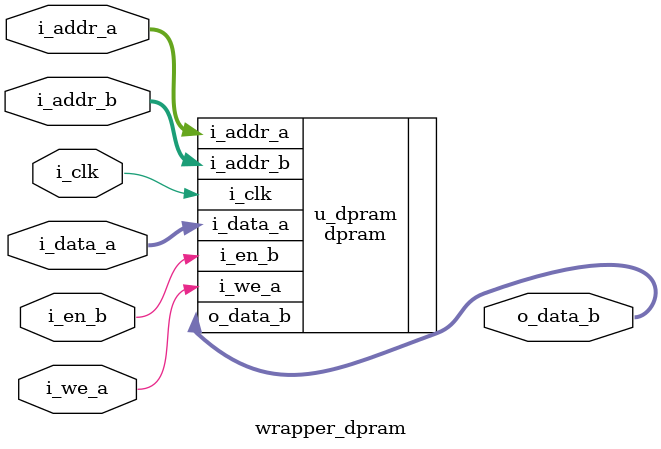
<source format=v>
`timescale 1ns / 1ps

module wrapper_dpram #(
parameter DATA_WIDTH = 32,
parameter ADDR_WIDTH = 10,
parameter RAM_DEPTH = 1024,
parameter OUT_DELAY = 1
)(
input                   i_clk    ,
input                   i_we_a   ,
input  [ADDR_WIDTH-1:0] i_addr_a ,
input  [DATA_WIDTH-1:0] i_data_a ,

input                   i_en_b   ,
input  [ADDR_WIDTH-1:0] i_addr_b ,
output [DATA_WIDTH-1:0] o_data_b
);


dpram #(
.DATA_WIDTH( DATA_WIDTH  ),
.ADDR_WIDTH( ADDR_WIDTH  ),
.RAM_DEPTH ( RAM_DEPTH   ),
.OUT_DELAY ( OUT_DELAY   )
) u_dpram
(
.i_clk    (  i_clk     ),
.i_we_a   (  i_we_a    ),
.i_addr_a (  i_addr_a  ),
.i_data_a (  i_data_a  ),
.i_en_b   (  i_en_b    ),
.i_addr_b (  i_addr_b  ),
.o_data_b (  o_data_b  )
);      

endmodule
</source>
